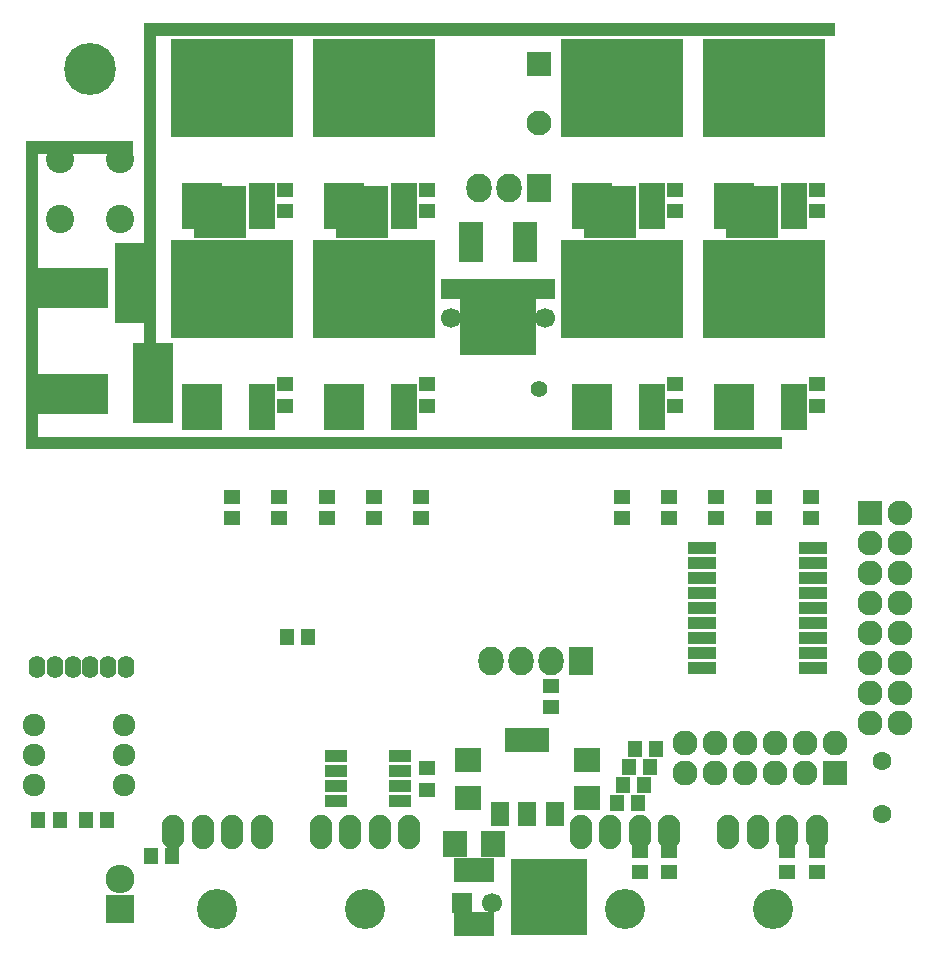
<source format=gbr>
G04 #@! TF.FileFunction,Soldermask,Bot*
%FSLAX46Y46*%
G04 Gerber Fmt 4.6, Leading zero omitted, Abs format (unit mm)*
G04 Created by KiCad (PCBNEW 4.0.6) date 03/21/17 17:18:59*
%MOMM*%
%LPD*%
G01*
G04 APERTURE LIST*
%ADD10C,0.100000*%
%ADD11R,2.200000X3.900000*%
%ADD12R,3.400000X3.900000*%
%ADD13R,10.400000X8.400000*%
%ADD14C,2.100000*%
%ADD15R,2.100000X2.100000*%
%ADD16R,1.950000X1.000000*%
%ADD17R,1.400000X1.200000*%
%ADD18R,2.051000X3.448000*%
%ADD19R,6.496000X6.496000*%
%ADD20C,1.700000*%
%ADD21R,1.700000X1.700000*%
%ADD22R,2.432000X2.432000*%
%ADD23O,2.432000X2.432000*%
%ADD24R,1.200000X1.400000*%
%ADD25R,2.200000X2.000000*%
%ADD26R,2.000000X2.200000*%
%ADD27C,1.600000*%
%ADD28R,2.127200X2.432000*%
%ADD29O,2.127200X2.432000*%
%ADD30R,2.127200X2.127200*%
%ADD31O,2.127200X2.127200*%
%ADD32O,1.400000X1.924000*%
%ADD33C,1.924000*%
%ADD34C,2.400000*%
%ADD35C,4.400000*%
%ADD36O,1.900000X2.900000*%
%ADD37C,3.400000*%
%ADD38R,3.400000X6.900000*%
%ADD39R,6.851600X3.400000*%
%ADD40R,1.600000X2.100000*%
%ADD41R,3.700000X2.100000*%
%ADD42R,3.448000X2.051000*%
%ADD43C,1.400000*%
%ADD44R,2.400000X1.000000*%
%ADD45R,4.400000X4.400000*%
%ADD46C,0.026000*%
G04 APERTURE END LIST*
D10*
D11*
X32540000Y-16000000D03*
D12*
X27460000Y-16000000D03*
D13*
X30000000Y-6000000D03*
D14*
X44000000Y-9000000D03*
D15*
X44000000Y-4000000D03*
D16*
X32200000Y-62595000D03*
X32200000Y-63865000D03*
X32200000Y-65135000D03*
X32200000Y-66405000D03*
X26800000Y-66405000D03*
X26800000Y-65135000D03*
X26800000Y-63865000D03*
X26800000Y-62595000D03*
D17*
X22000000Y-42400000D03*
X22000000Y-40600000D03*
D18*
X38214000Y-19000000D03*
D19*
X40500000Y-25350000D03*
D18*
X42786000Y-19000000D03*
D20*
X40000000Y-75000000D03*
D21*
X37500000Y-75000000D03*
D22*
X8500000Y-75500000D03*
D23*
X8500000Y-72960000D03*
D24*
X1600000Y-68000000D03*
X3400000Y-68000000D03*
D17*
X30000000Y-40600000D03*
X30000000Y-42400000D03*
X63000000Y-40600000D03*
X63000000Y-42400000D03*
X51000000Y-40600000D03*
X51000000Y-42400000D03*
D24*
X7400000Y-68000000D03*
X5600000Y-68000000D03*
X22600000Y-52500000D03*
X24400000Y-52500000D03*
D17*
X34000000Y-42400000D03*
X34000000Y-40600000D03*
X67000000Y-42400000D03*
X67000000Y-40600000D03*
X55000000Y-42400000D03*
X55000000Y-40600000D03*
D24*
X12900000Y-71000000D03*
X11100000Y-71000000D03*
D17*
X34500000Y-16400000D03*
X34500000Y-14600000D03*
X34500000Y-31100000D03*
X34500000Y-32900000D03*
X22500000Y-16400000D03*
X22500000Y-14600000D03*
X22500000Y-31100000D03*
X22500000Y-32900000D03*
X67500000Y-16400000D03*
X67500000Y-14600000D03*
X67500000Y-31100000D03*
X67500000Y-32900000D03*
X55500000Y-16400000D03*
X55500000Y-14600000D03*
X55500000Y-31100000D03*
X55500000Y-32900000D03*
D25*
X48000000Y-62900000D03*
X48000000Y-66100000D03*
D17*
X34500000Y-63600000D03*
X34500000Y-65400000D03*
X59000000Y-40600000D03*
X59000000Y-42400000D03*
X52500000Y-72400000D03*
X52500000Y-70600000D03*
X55000000Y-72400000D03*
X55000000Y-70600000D03*
X65000000Y-72400000D03*
X65000000Y-70600000D03*
X67500000Y-72400000D03*
X67500000Y-70600000D03*
D26*
X40100000Y-70000000D03*
X36900000Y-70000000D03*
D27*
X73000000Y-63000000D03*
X73000000Y-67500000D03*
D17*
X45000000Y-58400000D03*
X45000000Y-56600000D03*
X18000000Y-40600000D03*
X18000000Y-42400000D03*
D28*
X47500000Y-54500000D03*
D29*
X44960000Y-54500000D03*
X42420000Y-54500000D03*
X39880000Y-54500000D03*
D17*
X26000000Y-40600000D03*
X26000000Y-42400000D03*
D25*
X38000000Y-66100000D03*
X38000000Y-62900000D03*
D30*
X69000000Y-64000000D03*
D31*
X69000000Y-61460000D03*
X66460000Y-64000000D03*
X66460000Y-61460000D03*
X63920000Y-64000000D03*
X63920000Y-61460000D03*
X61380000Y-64000000D03*
X61380000Y-61460000D03*
X58840000Y-64000000D03*
X58840000Y-61460000D03*
X56300000Y-64000000D03*
X56300000Y-61460000D03*
D28*
X44000000Y-14500000D03*
D29*
X41460000Y-14500000D03*
X38920000Y-14500000D03*
D32*
X1500000Y-55000000D03*
X3000000Y-55000000D03*
X4500000Y-55000000D03*
X6000000Y-55000000D03*
X7500000Y-55000000D03*
X9000000Y-55000000D03*
D33*
X8810000Y-65040000D03*
X8810000Y-62500000D03*
X8810000Y-59960000D03*
X1190000Y-59960000D03*
X1190000Y-62500000D03*
X1190000Y-65040000D03*
D34*
X8540000Y-12000000D03*
X8540000Y-17080000D03*
X3460000Y-12000000D03*
X3460000Y-17080000D03*
D35*
X6000000Y-4380000D03*
D36*
X13000000Y-69000000D03*
X15500000Y-69000000D03*
X18000000Y-69000000D03*
X20500000Y-69000000D03*
D37*
X16750000Y-75500000D03*
D36*
X25500000Y-69000000D03*
X28000000Y-69000000D03*
X30500000Y-69000000D03*
X33000000Y-69000000D03*
D37*
X29250000Y-75500000D03*
D38*
X9800000Y-22500000D03*
D39*
X4100000Y-22900000D03*
D38*
X11300000Y-31000000D03*
D39*
X4100000Y-31900000D03*
D40*
X45300000Y-67500000D03*
X43000000Y-67500000D03*
X40700000Y-67500000D03*
D41*
X43000000Y-61200000D03*
D42*
X38500000Y-76786000D03*
D19*
X44850000Y-74500000D03*
D42*
X38500000Y-72214000D03*
D43*
X44000000Y-31500000D03*
D11*
X20540000Y-33000000D03*
D12*
X15460000Y-33000000D03*
D13*
X18000000Y-23000000D03*
D11*
X20540000Y-16000000D03*
D12*
X15460000Y-16000000D03*
D13*
X18000000Y-6000000D03*
D11*
X32540000Y-33000000D03*
D12*
X27460000Y-33000000D03*
D13*
X30000000Y-23000000D03*
D11*
X53540000Y-16000000D03*
D12*
X48460000Y-16000000D03*
D13*
X51000000Y-6000000D03*
D11*
X53540000Y-33000000D03*
D12*
X48460000Y-33000000D03*
D13*
X51000000Y-23000000D03*
D11*
X65540000Y-33000000D03*
D12*
X60460000Y-33000000D03*
D13*
X63000000Y-23000000D03*
D11*
X65540000Y-16000000D03*
D12*
X60460000Y-16000000D03*
D13*
X63000000Y-6000000D03*
D44*
X57800000Y-55080000D03*
X57800000Y-53810000D03*
X57800000Y-52540000D03*
X57800000Y-51270000D03*
X57800000Y-50000000D03*
X57800000Y-48730000D03*
X57800000Y-47460000D03*
X57800000Y-46190000D03*
X57800000Y-44920000D03*
X67200000Y-44920000D03*
X67200000Y-46190000D03*
X67200000Y-47460000D03*
X67200000Y-48730000D03*
X67200000Y-50000000D03*
X67200000Y-51270000D03*
X67200000Y-52540000D03*
X67200000Y-53810000D03*
X67200000Y-55080000D03*
D30*
X72000000Y-42000000D03*
D31*
X74540000Y-42000000D03*
X72000000Y-44540000D03*
X74540000Y-44540000D03*
X72000000Y-47080000D03*
X74540000Y-47080000D03*
X72000000Y-49620000D03*
X74540000Y-49620000D03*
X72000000Y-52160000D03*
X74540000Y-52160000D03*
X72000000Y-54700000D03*
X74540000Y-54700000D03*
X72000000Y-57240000D03*
X74540000Y-57240000D03*
X72000000Y-59780000D03*
X74540000Y-59780000D03*
D36*
X47500000Y-69000000D03*
X50000000Y-69000000D03*
X52500000Y-69000000D03*
X55000000Y-69000000D03*
D37*
X51250000Y-75500000D03*
D36*
X60000000Y-69000000D03*
X62500000Y-69000000D03*
X65000000Y-69000000D03*
X67500000Y-69000000D03*
D37*
X63750000Y-75500000D03*
D20*
X36500000Y-25500000D03*
D21*
X36500000Y-23000000D03*
D20*
X44500000Y-25500000D03*
D21*
X44500000Y-23000000D03*
D24*
X52400000Y-66500000D03*
X50600000Y-66500000D03*
X52900000Y-65000000D03*
X51100000Y-65000000D03*
X53400000Y-63500000D03*
X51600000Y-63500000D03*
X53900000Y-62000000D03*
X52100000Y-62000000D03*
D45*
X17000000Y-16500000D03*
X29000000Y-16500000D03*
X50000000Y-16500000D03*
X62000000Y-16500000D03*
D46*
G36*
X68987000Y-1487000D02*
X11500000Y-1487000D01*
X11494942Y-1488024D01*
X11490681Y-1490935D01*
X11487889Y-1495275D01*
X11487000Y-1500000D01*
X11487000Y-28987000D01*
X10513000Y-28987000D01*
X10513000Y-513000D01*
X68987000Y-513000D01*
X68987000Y-1487000D01*
X68987000Y-1487000D01*
G37*
X68987000Y-1487000D02*
X11500000Y-1487000D01*
X11494942Y-1488024D01*
X11490681Y-1490935D01*
X11487889Y-1495275D01*
X11487000Y-1500000D01*
X11487000Y-28987000D01*
X10513000Y-28987000D01*
X10513000Y-513000D01*
X68987000Y-513000D01*
X68987000Y-1487000D01*
G36*
X9487000Y-11487000D02*
X1500000Y-11487000D01*
X1494942Y-11488024D01*
X1490681Y-11490935D01*
X1487889Y-11495275D01*
X1487000Y-11500000D01*
X1487000Y-35500000D01*
X1488024Y-35505058D01*
X1490935Y-35509319D01*
X1495275Y-35512111D01*
X1500000Y-35513000D01*
X64487000Y-35513000D01*
X64487000Y-36487000D01*
X513000Y-36487000D01*
X513000Y-10513000D01*
X9487000Y-10513000D01*
X9487000Y-11487000D01*
X9487000Y-11487000D01*
G37*
X9487000Y-11487000D02*
X1500000Y-11487000D01*
X1494942Y-11488024D01*
X1490681Y-11490935D01*
X1487889Y-11495275D01*
X1487000Y-11500000D01*
X1487000Y-35500000D01*
X1488024Y-35505058D01*
X1490935Y-35509319D01*
X1495275Y-35512111D01*
X1500000Y-35513000D01*
X64487000Y-35513000D01*
X64487000Y-36487000D01*
X513000Y-36487000D01*
X513000Y-10513000D01*
X9487000Y-10513000D01*
X9487000Y-11487000D01*
M02*

</source>
